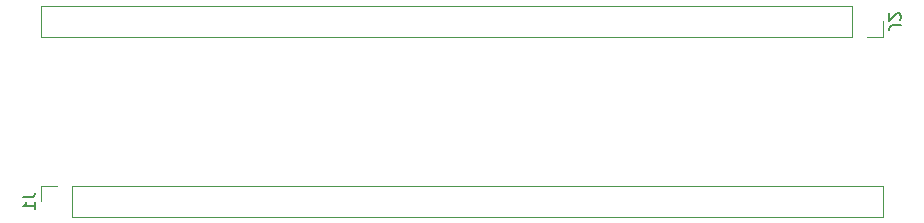
<source format=gbr>
G04 #@! TF.GenerationSoftware,KiCad,Pcbnew,(5.1.4)-1*
G04 #@! TF.CreationDate,2019-11-16T17:38:58+00:00*
G04 #@! TF.ProjectId,io-breakout,696f2d62-7265-4616-9b6f-75742e6b6963,rev?*
G04 #@! TF.SameCoordinates,Original*
G04 #@! TF.FileFunction,Legend,Bot*
G04 #@! TF.FilePolarity,Positive*
%FSLAX46Y46*%
G04 Gerber Fmt 4.6, Leading zero omitted, Abs format (unit mm)*
G04 Created by KiCad (PCBNEW (5.1.4)-1) date 2019-11-16 17:38:58*
%MOMM*%
%LPD*%
G04 APERTURE LIST*
%ADD10C,0.120000*%
%ADD11C,0.150000*%
G04 APERTURE END LIST*
D10*
X174050000Y-54670000D02*
X174050000Y-53340000D01*
X172720000Y-54670000D02*
X174050000Y-54670000D01*
X171450000Y-54670000D02*
X171450000Y-52010000D01*
X171450000Y-52010000D02*
X102810000Y-52010000D01*
X171450000Y-54670000D02*
X102810000Y-54670000D01*
X102810000Y-54670000D02*
X102810000Y-52010000D01*
X102810000Y-67250000D02*
X102810000Y-68580000D01*
X104140000Y-67250000D02*
X102810000Y-67250000D01*
X105410000Y-67250000D02*
X105410000Y-69910000D01*
X105410000Y-69910000D02*
X174050000Y-69910000D01*
X105410000Y-67250000D02*
X174050000Y-67250000D01*
X174050000Y-67250000D02*
X174050000Y-69910000D01*
D11*
X175597619Y-53673333D02*
X174883333Y-53673333D01*
X174740476Y-53720952D01*
X174645238Y-53816190D01*
X174597619Y-53959047D01*
X174597619Y-54054285D01*
X175502380Y-53244761D02*
X175550000Y-53197142D01*
X175597619Y-53101904D01*
X175597619Y-52863809D01*
X175550000Y-52768571D01*
X175502380Y-52720952D01*
X175407142Y-52673333D01*
X175311904Y-52673333D01*
X175169047Y-52720952D01*
X174597619Y-53292380D01*
X174597619Y-52673333D01*
X101262380Y-68246666D02*
X101976666Y-68246666D01*
X102119523Y-68199047D01*
X102214761Y-68103809D01*
X102262380Y-67960952D01*
X102262380Y-67865714D01*
X102262380Y-69246666D02*
X102262380Y-68675238D01*
X102262380Y-68960952D02*
X101262380Y-68960952D01*
X101405238Y-68865714D01*
X101500476Y-68770476D01*
X101548095Y-68675238D01*
M02*

</source>
